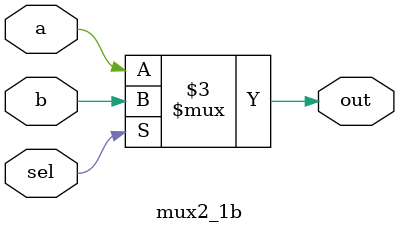
<source format=v>
module mux2_1b(out,a,b,sel);
output out;
input a,b,sel;
reg out;
always @(a or b or sel)
begin
    if(sel) out = b;
    else    out = a;
end
endmodule

</source>
